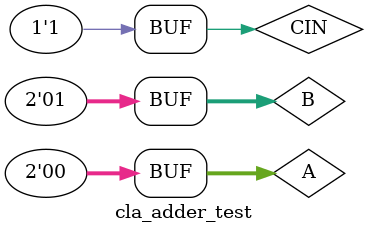
<source format=v>
`timescale 1ns / 1ps


module cla_adder_test;

	// Inputs
	reg [1:0] A;
	reg [1:0] B;
	reg CIN;

	// Outputs
	wire [1:0] SUM;
	wire COUT;

	// Instantiate the Unit Under Test (UUT)
	cla_adder uut 
	(
		.A(A), 
		.B(B), 
		.CIN(CIN), 
		.SUM(SUM), 
		.COUT(COUT)
	);

	initial begin
		// Initialize Inputs
		A = 0;
		B = 0;
		CIN = 0;
		A = #5 1;
		B = #5 0;
		CIN = #5 0;
		A = #10 1;
		B = #10 1;
		CIN = #10 0;
		A = #15 1;
		B = #15 1;
		CIN = #15 1;
		A = #20 0;
		B = #20 1;
		CIN = #20 0;
		A = #25 0;
		B = #25 1;
		CIN = #25 1;

		// Wait 100 ns for global reset to finish
		#100;
	end
endmodule


</source>
